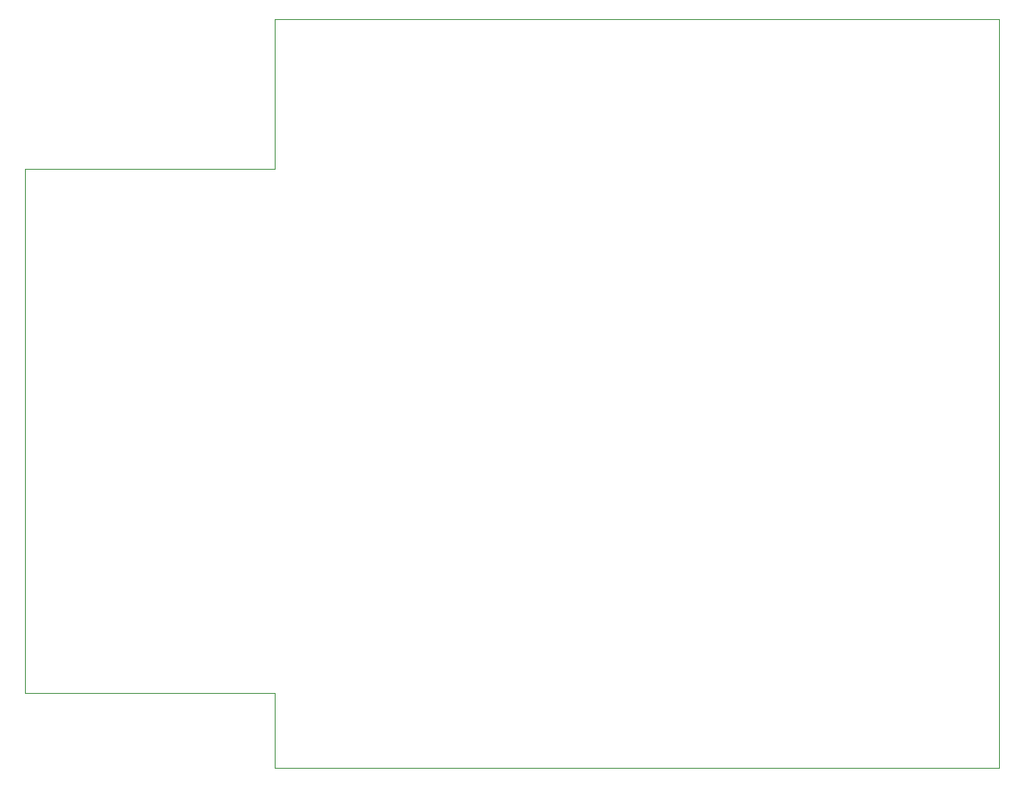
<source format=gbr>
%TF.GenerationSoftware,KiCad,Pcbnew,7.0.2*%
%TF.CreationDate,2023-05-12T21:33:33+09:00*%
%TF.ProjectId,EMUZ80_4004,454d555a-3830-45f3-9430-30342e6b6963,rev?*%
%TF.SameCoordinates,Original*%
%TF.FileFunction,Profile,NP*%
%FSLAX46Y46*%
G04 Gerber Fmt 4.6, Leading zero omitted, Abs format (unit mm)*
G04 Created by KiCad (PCBNEW 7.0.2) date 2023-05-12 21:33:33*
%MOMM*%
%LPD*%
G01*
G04 APERTURE LIST*
%TA.AperFunction,Profile*%
%ADD10C,0.100000*%
%TD*%
G04 APERTURE END LIST*
D10*
X99060000Y-76200000D02*
X25400000Y-76200000D01*
X25400000Y-68580000D01*
X0Y-68580000D01*
X0Y-15240000D01*
X25400000Y-15240000D01*
X25400000Y0D01*
X99060000Y0D01*
X99060000Y-76200000D01*
M02*

</source>
